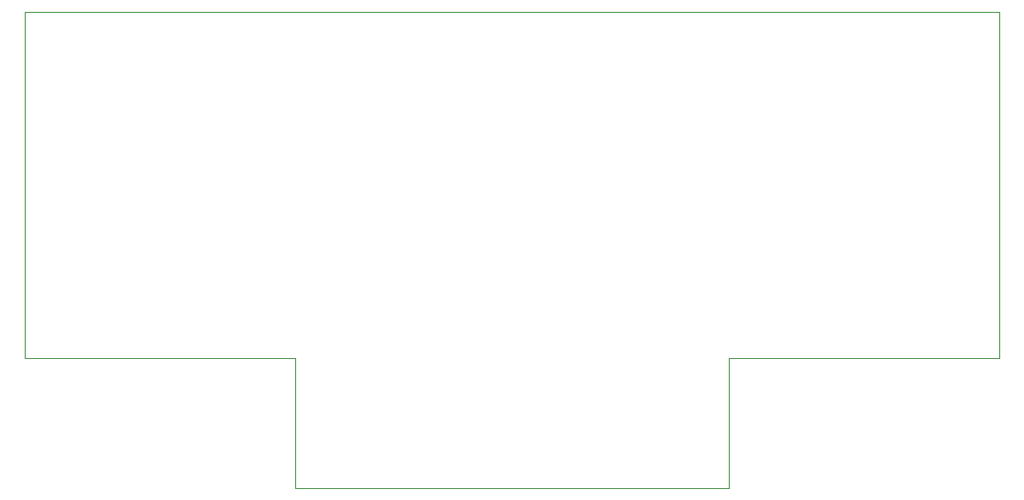
<source format=gbr>
%TF.GenerationSoftware,KiCad,Pcbnew,(5.1.8)-1*%
%TF.CreationDate,2021-01-24T18:09:35+01:00*%
%TF.ProjectId,Alphatronic_PC8_ROM-Modul,416c7068-6174-4726-9f6e-69635f504338,2*%
%TF.SameCoordinates,Original*%
%TF.FileFunction,Profile,NP*%
%FSLAX46Y46*%
G04 Gerber Fmt 4.6, Leading zero omitted, Abs format (unit mm)*
G04 Created by KiCad (PCBNEW (5.1.8)-1) date 2021-01-24 18:09:35*
%MOMM*%
%LPD*%
G01*
G04 APERTURE LIST*
%TA.AperFunction,Profile*%
%ADD10C,0.050000*%
%TD*%
G04 APERTURE END LIST*
D10*
X167955000Y-112015000D02*
X167955000Y-124015000D01*
X192955000Y-112015000D02*
X167955000Y-112015000D01*
X192955000Y-111915000D02*
X192955000Y-112015000D01*
X192955000Y-80015000D02*
X192955000Y-111915000D01*
X102955000Y-80015000D02*
X192955000Y-80015000D01*
X102955000Y-112015000D02*
X102955000Y-80015000D01*
X127955000Y-112015000D02*
X102955000Y-112015000D01*
X127955000Y-124015000D02*
X127955000Y-112015000D01*
X167955000Y-124015000D02*
X127955000Y-124015000D01*
M02*

</source>
